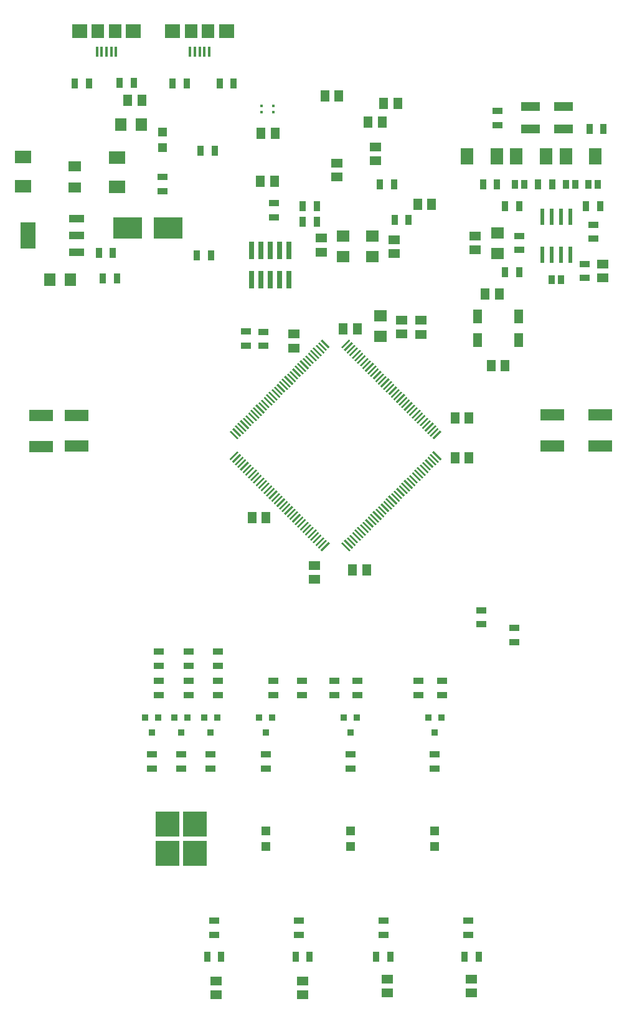
<source format=gtp>
G04 (created by PCBNEW (2013-07-07 BZR 4022)-stable) date 23/07/2014 04:51:33 p.m.*
%MOIN*%
G04 Gerber Fmt 3.4, Leading zero omitted, Abs format*
%FSLAX34Y34*%
G01*
G70*
G90*
G04 APERTURE LIST*
%ADD10C,0.00590551*%
%ADD11R,0.0709X0.0528*%
%ADD12R,0.0177165X0.0177165*%
%ADD13R,0.036X0.036*%
%ADD14R,0.08X0.144*%
%ADD15R,0.08X0.04*%
%ADD16R,0.1X0.05*%
%ADD17R,0.035X0.055*%
%ADD18R,0.055X0.035*%
%ADD19R,0.0295276X0.0944882*%
%ADD20R,0.0291339X0.0944882*%
%ADD21R,0.125984X0.0590551*%
%ADD22R,0.0472X0.0472*%
%ADD23R,0.038X0.05*%
%ADD24R,0.15748X0.11811*%
%ADD25R,0.071X0.063*%
%ADD26R,0.063X0.071*%
%ADD27R,0.059X0.0512*%
%ADD28R,0.0512X0.059*%
%ADD29R,0.05X0.075*%
%ADD30R,0.0236X0.0866*%
%ADD31R,0.0709X0.0866*%
%ADD32R,0.0866X0.0709*%
%ADD33R,0.1299X0.1377*%
%ADD34R,0.0157X0.0531*%
%ADD35R,0.0826772X0.0748031*%
%ADD36R,0.0708661X0.0748031*%
G04 APERTURE END LIST*
G54D10*
G54D11*
X75984Y-38749D03*
X75984Y-37625D03*
G54D12*
X86003Y-34744D03*
X86633Y-34744D03*
X86633Y-34409D03*
X86003Y-34409D03*
G54D13*
X82917Y-67119D03*
X83617Y-67119D03*
X83267Y-67919D03*
X90398Y-67119D03*
X91098Y-67119D03*
X90748Y-67919D03*
X79768Y-67119D03*
X80468Y-67119D03*
X80118Y-67919D03*
X94925Y-67119D03*
X95625Y-67119D03*
X95275Y-67919D03*
X81342Y-67119D03*
X82042Y-67119D03*
X81692Y-67919D03*
X85870Y-67119D03*
X86570Y-67119D03*
X86220Y-67919D03*
G54D14*
X73503Y-41338D03*
G54D15*
X76103Y-41338D03*
X76103Y-40438D03*
X76103Y-42238D03*
G54D16*
X100393Y-35639D03*
X100393Y-34439D03*
X102165Y-35639D03*
X102165Y-34439D03*
G54D17*
X97619Y-79921D03*
X96869Y-79921D03*
G54D18*
X97047Y-78010D03*
X97047Y-78760D03*
G54D17*
X92894Y-79921D03*
X92144Y-79921D03*
G54D18*
X92519Y-78010D03*
X92519Y-78760D03*
X83464Y-78010D03*
X83464Y-78760D03*
G54D17*
X88563Y-79921D03*
X87813Y-79921D03*
X83839Y-79921D03*
X83089Y-79921D03*
G54D18*
X87992Y-78010D03*
X87992Y-78760D03*
X80708Y-38957D03*
X80708Y-38207D03*
X91141Y-65176D03*
X91141Y-65926D03*
X90748Y-69863D03*
X90748Y-69113D03*
G54D17*
X82735Y-36811D03*
X83485Y-36811D03*
G54D18*
X97755Y-62146D03*
X97755Y-61396D03*
X99527Y-63091D03*
X99527Y-62341D03*
X85157Y-47225D03*
X85157Y-46475D03*
X86102Y-47245D03*
X86102Y-46495D03*
X86614Y-65176D03*
X86614Y-65926D03*
X86220Y-69863D03*
X86220Y-69113D03*
X95669Y-65176D03*
X95669Y-65926D03*
X95275Y-69863D03*
X95275Y-69113D03*
X83661Y-65176D03*
X83661Y-65926D03*
X83267Y-69863D03*
X83267Y-69113D03*
X82086Y-65176D03*
X82086Y-65926D03*
X81692Y-69863D03*
X81692Y-69113D03*
X80511Y-65176D03*
X80511Y-65926D03*
X80118Y-69863D03*
X80118Y-69113D03*
X103750Y-41497D03*
X103750Y-40747D03*
G54D17*
X99784Y-43307D03*
X99034Y-43307D03*
X88207Y-39763D03*
X88957Y-39763D03*
G54D18*
X98622Y-35414D03*
X98622Y-34664D03*
X99803Y-41357D03*
X99803Y-42107D03*
G54D17*
X93091Y-38582D03*
X92341Y-38582D03*
X101556Y-38582D03*
X100806Y-38582D03*
X98603Y-38582D03*
X97853Y-38582D03*
G54D18*
X103307Y-43603D03*
X103307Y-42853D03*
G54D17*
X103562Y-35629D03*
X104312Y-35629D03*
X99784Y-39763D03*
X99034Y-39763D03*
X104115Y-39763D03*
X103365Y-39763D03*
G54D19*
X85456Y-43681D03*
G54D20*
X85456Y-42145D03*
G54D19*
X85956Y-43681D03*
G54D20*
X85956Y-42145D03*
X86456Y-43681D03*
X86456Y-42145D03*
X86956Y-43681D03*
G54D19*
X86956Y-42145D03*
X87456Y-43681D03*
G54D20*
X87456Y-42145D03*
G54D21*
X104133Y-50944D03*
X104133Y-52598D03*
X101574Y-50944D03*
X101574Y-52598D03*
X76112Y-50954D03*
X76112Y-52608D03*
X74202Y-50974D03*
X74202Y-52627D03*
G54D10*
G36*
X89228Y-46886D02*
X89646Y-47304D01*
X89575Y-47375D01*
X89157Y-46957D01*
X89228Y-46886D01*
X89228Y-46886D01*
G37*
G36*
X89089Y-47025D02*
X89507Y-47443D01*
X89437Y-47514D01*
X89019Y-47096D01*
X89089Y-47025D01*
X89089Y-47025D01*
G37*
G36*
X88950Y-47164D02*
X89368Y-47582D01*
X89297Y-47653D01*
X88879Y-47235D01*
X88950Y-47164D01*
X88950Y-47164D01*
G37*
G36*
X88811Y-47304D02*
X89229Y-47722D01*
X89158Y-47792D01*
X88740Y-47374D01*
X88811Y-47304D01*
X88811Y-47304D01*
G37*
G36*
X88671Y-47443D02*
X89089Y-47861D01*
X89019Y-47932D01*
X88601Y-47514D01*
X88671Y-47443D01*
X88671Y-47443D01*
G37*
G36*
X88532Y-47582D02*
X88950Y-48000D01*
X88879Y-48071D01*
X88461Y-47653D01*
X88532Y-47582D01*
X88532Y-47582D01*
G37*
G36*
X88393Y-47722D02*
X88811Y-48139D01*
X88740Y-48210D01*
X88322Y-47792D01*
X88393Y-47722D01*
X88393Y-47722D01*
G37*
G36*
X88254Y-47861D02*
X88671Y-48279D01*
X88601Y-48350D01*
X88183Y-47932D01*
X88254Y-47861D01*
X88254Y-47861D01*
G37*
G36*
X88115Y-47999D02*
X88533Y-48417D01*
X88462Y-48488D01*
X88044Y-48070D01*
X88115Y-47999D01*
X88115Y-47999D01*
G37*
G36*
X87976Y-48139D02*
X88394Y-48557D01*
X88323Y-48627D01*
X87905Y-48209D01*
X87976Y-48139D01*
X87976Y-48139D01*
G37*
G36*
X87836Y-48278D02*
X88254Y-48696D01*
X88184Y-48767D01*
X87766Y-48349D01*
X87836Y-48278D01*
X87836Y-48278D01*
G37*
G36*
X87697Y-48417D02*
X88115Y-48835D01*
X88044Y-48906D01*
X87626Y-48488D01*
X87697Y-48417D01*
X87697Y-48417D01*
G37*
G36*
X87558Y-48557D02*
X87976Y-48975D01*
X87905Y-49045D01*
X87487Y-48627D01*
X87558Y-48557D01*
X87558Y-48557D01*
G37*
G36*
X87418Y-48696D02*
X87836Y-49114D01*
X87766Y-49185D01*
X87348Y-48767D01*
X87418Y-48696D01*
X87418Y-48696D01*
G37*
G36*
X87279Y-48835D02*
X87697Y-49253D01*
X87626Y-49324D01*
X87208Y-48906D01*
X87279Y-48835D01*
X87279Y-48835D01*
G37*
G36*
X87141Y-48974D02*
X87558Y-49392D01*
X87488Y-49462D01*
X87070Y-49045D01*
X87141Y-48974D01*
X87141Y-48974D01*
G37*
G36*
X87001Y-49113D02*
X87419Y-49531D01*
X87348Y-49602D01*
X86931Y-49184D01*
X87001Y-49113D01*
X87001Y-49113D01*
G37*
G36*
X86862Y-49252D02*
X87280Y-49670D01*
X87209Y-49741D01*
X86791Y-49323D01*
X86862Y-49252D01*
X86862Y-49252D01*
G37*
G36*
X86723Y-49391D02*
X87141Y-49809D01*
X87071Y-49880D01*
X86653Y-49462D01*
X86723Y-49391D01*
X86723Y-49391D01*
G37*
G36*
X86584Y-49530D02*
X87002Y-49948D01*
X86931Y-50019D01*
X86513Y-49601D01*
X86584Y-49530D01*
X86584Y-49530D01*
G37*
G36*
X86445Y-49670D02*
X86863Y-50088D01*
X86792Y-50158D01*
X86374Y-49740D01*
X86445Y-49670D01*
X86445Y-49670D01*
G37*
G36*
X86306Y-49808D02*
X86724Y-50226D01*
X86653Y-50297D01*
X86235Y-49879D01*
X86306Y-49808D01*
X86306Y-49808D01*
G37*
G36*
X86167Y-49948D02*
X86585Y-50365D01*
X86514Y-50436D01*
X86096Y-50018D01*
X86167Y-49948D01*
X86167Y-49948D01*
G37*
G36*
X86028Y-50087D02*
X86445Y-50505D01*
X86375Y-50575D01*
X85957Y-50158D01*
X86028Y-50087D01*
X86028Y-50087D01*
G37*
G36*
X85888Y-50226D02*
X86306Y-50644D01*
X86235Y-50715D01*
X85818Y-50297D01*
X85888Y-50226D01*
X85888Y-50226D01*
G37*
G36*
X85749Y-50365D02*
X86167Y-50783D01*
X86096Y-50854D01*
X85678Y-50436D01*
X85749Y-50365D01*
X85749Y-50365D01*
G37*
G36*
X85610Y-50505D02*
X86028Y-50923D01*
X85957Y-50993D01*
X85539Y-50575D01*
X85610Y-50505D01*
X85610Y-50505D01*
G37*
G36*
X85470Y-50644D02*
X85888Y-51062D01*
X85818Y-51133D01*
X85400Y-50715D01*
X85470Y-50644D01*
X85470Y-50644D01*
G37*
G36*
X85332Y-50783D02*
X85750Y-51201D01*
X85679Y-51271D01*
X85261Y-50853D01*
X85332Y-50783D01*
X85332Y-50783D01*
G37*
G36*
X85192Y-50922D02*
X85610Y-51340D01*
X85540Y-51411D01*
X85122Y-50993D01*
X85192Y-50922D01*
X85192Y-50922D01*
G37*
G36*
X85053Y-51061D02*
X85471Y-51479D01*
X85400Y-51550D01*
X84982Y-51132D01*
X85053Y-51061D01*
X85053Y-51061D01*
G37*
G36*
X84914Y-51201D02*
X85332Y-51618D01*
X85261Y-51689D01*
X84843Y-51271D01*
X84914Y-51201D01*
X84914Y-51201D01*
G37*
G36*
X84775Y-51340D02*
X85192Y-51758D01*
X85122Y-51828D01*
X84704Y-51411D01*
X84775Y-51340D01*
X84775Y-51340D01*
G37*
G36*
X84635Y-51479D02*
X85053Y-51897D01*
X84982Y-51968D01*
X84565Y-51550D01*
X84635Y-51479D01*
X84635Y-51479D01*
G37*
G36*
X84496Y-51618D02*
X84914Y-52036D01*
X84843Y-52107D01*
X84425Y-51689D01*
X84496Y-51618D01*
X84496Y-51618D01*
G37*
G36*
X84357Y-51757D02*
X84775Y-52175D01*
X84705Y-52246D01*
X84287Y-51828D01*
X84357Y-51757D01*
X84357Y-51757D01*
G37*
G36*
X84287Y-53289D02*
X84705Y-52871D01*
X84775Y-52942D01*
X84357Y-53360D01*
X84287Y-53289D01*
X84287Y-53289D01*
G37*
G36*
X84425Y-53428D02*
X84843Y-53010D01*
X84914Y-53081D01*
X84496Y-53499D01*
X84425Y-53428D01*
X84425Y-53428D01*
G37*
G36*
X84565Y-53567D02*
X84982Y-53149D01*
X85053Y-53220D01*
X84635Y-53638D01*
X84565Y-53567D01*
X84565Y-53567D01*
G37*
G36*
X84704Y-53707D02*
X85122Y-53289D01*
X85192Y-53359D01*
X84775Y-53777D01*
X84704Y-53707D01*
X84704Y-53707D01*
G37*
G36*
X84843Y-53846D02*
X85261Y-53428D01*
X85332Y-53499D01*
X84914Y-53917D01*
X84843Y-53846D01*
X84843Y-53846D01*
G37*
G36*
X84982Y-53985D02*
X85400Y-53567D01*
X85471Y-53638D01*
X85053Y-54056D01*
X84982Y-53985D01*
X84982Y-53985D01*
G37*
G36*
X85122Y-54124D02*
X85540Y-53707D01*
X85610Y-53777D01*
X85192Y-54195D01*
X85122Y-54124D01*
X85122Y-54124D01*
G37*
G36*
X85261Y-54264D02*
X85679Y-53846D01*
X85750Y-53917D01*
X85332Y-54334D01*
X85261Y-54264D01*
X85261Y-54264D01*
G37*
G36*
X85400Y-54402D02*
X85818Y-53984D01*
X85888Y-54055D01*
X85470Y-54473D01*
X85400Y-54402D01*
X85400Y-54402D01*
G37*
G36*
X85539Y-54542D02*
X85957Y-54124D01*
X86028Y-54194D01*
X85610Y-54612D01*
X85539Y-54542D01*
X85539Y-54542D01*
G37*
G36*
X85678Y-54681D02*
X86096Y-54263D01*
X86167Y-54334D01*
X85749Y-54752D01*
X85678Y-54681D01*
X85678Y-54681D01*
G37*
G36*
X85818Y-54820D02*
X86235Y-54402D01*
X86306Y-54473D01*
X85888Y-54891D01*
X85818Y-54820D01*
X85818Y-54820D01*
G37*
G36*
X85957Y-54960D02*
X86375Y-54542D01*
X86445Y-54612D01*
X86028Y-55030D01*
X85957Y-54960D01*
X85957Y-54960D01*
G37*
G36*
X86096Y-55099D02*
X86514Y-54681D01*
X86585Y-54752D01*
X86167Y-55170D01*
X86096Y-55099D01*
X86096Y-55099D01*
G37*
G36*
X86235Y-55238D02*
X86653Y-54820D01*
X86724Y-54891D01*
X86306Y-55309D01*
X86235Y-55238D01*
X86235Y-55238D01*
G37*
G36*
X86374Y-55377D02*
X86792Y-54959D01*
X86863Y-55030D01*
X86445Y-55447D01*
X86374Y-55377D01*
X86374Y-55377D01*
G37*
G36*
X86513Y-55516D02*
X86931Y-55098D01*
X87002Y-55169D01*
X86584Y-55587D01*
X86513Y-55516D01*
X86513Y-55516D01*
G37*
G36*
X86653Y-55655D02*
X87071Y-55237D01*
X87141Y-55308D01*
X86723Y-55726D01*
X86653Y-55655D01*
X86653Y-55655D01*
G37*
G36*
X86791Y-55794D02*
X87209Y-55376D01*
X87280Y-55447D01*
X86862Y-55865D01*
X86791Y-55794D01*
X86791Y-55794D01*
G37*
G36*
X86931Y-55933D02*
X87348Y-55515D01*
X87419Y-55586D01*
X87001Y-56004D01*
X86931Y-55933D01*
X86931Y-55933D01*
G37*
G36*
X87070Y-56073D02*
X87488Y-55655D01*
X87558Y-55725D01*
X87141Y-56143D01*
X87070Y-56073D01*
X87070Y-56073D01*
G37*
G36*
X87208Y-56211D02*
X87626Y-55793D01*
X87697Y-55864D01*
X87279Y-56282D01*
X87208Y-56211D01*
X87208Y-56211D01*
G37*
G36*
X87348Y-56350D02*
X87766Y-55933D01*
X87836Y-56003D01*
X87418Y-56421D01*
X87348Y-56350D01*
X87348Y-56350D01*
G37*
G36*
X87487Y-56490D02*
X87905Y-56072D01*
X87976Y-56143D01*
X87558Y-56560D01*
X87487Y-56490D01*
X87487Y-56490D01*
G37*
G36*
X87626Y-56629D02*
X88044Y-56211D01*
X88115Y-56282D01*
X87697Y-56700D01*
X87626Y-56629D01*
X87626Y-56629D01*
G37*
G36*
X87766Y-56768D02*
X88184Y-56350D01*
X88254Y-56421D01*
X87836Y-56839D01*
X87766Y-56768D01*
X87766Y-56768D01*
G37*
G36*
X87905Y-56908D02*
X88323Y-56490D01*
X88394Y-56560D01*
X87976Y-56978D01*
X87905Y-56908D01*
X87905Y-56908D01*
G37*
G36*
X88044Y-57047D02*
X88462Y-56629D01*
X88533Y-56700D01*
X88115Y-57118D01*
X88044Y-57047D01*
X88044Y-57047D01*
G37*
G36*
X88183Y-57186D02*
X88601Y-56768D01*
X88671Y-56838D01*
X88254Y-57256D01*
X88183Y-57186D01*
X88183Y-57186D01*
G37*
G36*
X88322Y-57325D02*
X88740Y-56907D01*
X88811Y-56978D01*
X88393Y-57396D01*
X88322Y-57325D01*
X88322Y-57325D01*
G37*
G36*
X88461Y-57464D02*
X88879Y-57046D01*
X88950Y-57117D01*
X88532Y-57535D01*
X88461Y-57464D01*
X88461Y-57464D01*
G37*
G36*
X88601Y-57603D02*
X89019Y-57186D01*
X89089Y-57256D01*
X88671Y-57674D01*
X88601Y-57603D01*
X88601Y-57603D01*
G37*
G36*
X88740Y-57743D02*
X89158Y-57325D01*
X89229Y-57396D01*
X88811Y-57813D01*
X88740Y-57743D01*
X88740Y-57743D01*
G37*
G36*
X88879Y-57882D02*
X89297Y-57464D01*
X89368Y-57535D01*
X88950Y-57953D01*
X88879Y-57882D01*
X88879Y-57882D01*
G37*
G36*
X89019Y-58021D02*
X89437Y-57603D01*
X89507Y-57674D01*
X89089Y-58092D01*
X89019Y-58021D01*
X89019Y-58021D01*
G37*
G36*
X89157Y-58160D02*
X89575Y-57742D01*
X89646Y-57813D01*
X89228Y-58231D01*
X89157Y-58160D01*
X89157Y-58160D01*
G37*
G36*
X90342Y-57742D02*
X90760Y-58160D01*
X90690Y-58231D01*
X90272Y-57813D01*
X90342Y-57742D01*
X90342Y-57742D01*
G37*
G36*
X90481Y-57603D02*
X90899Y-58021D01*
X90828Y-58092D01*
X90410Y-57674D01*
X90481Y-57603D01*
X90481Y-57603D01*
G37*
G36*
X90620Y-57464D02*
X91038Y-57882D01*
X90967Y-57953D01*
X90550Y-57535D01*
X90620Y-57464D01*
X90620Y-57464D01*
G37*
G36*
X90760Y-57325D02*
X91177Y-57743D01*
X91107Y-57813D01*
X90689Y-57396D01*
X90760Y-57325D01*
X90760Y-57325D01*
G37*
G36*
X90899Y-57186D02*
X91317Y-57603D01*
X91246Y-57674D01*
X90828Y-57256D01*
X90899Y-57186D01*
X90899Y-57186D01*
G37*
G36*
X91038Y-57046D02*
X91456Y-57464D01*
X91385Y-57535D01*
X90967Y-57117D01*
X91038Y-57046D01*
X91038Y-57046D01*
G37*
G36*
X91177Y-56907D02*
X91595Y-57325D01*
X91525Y-57396D01*
X91107Y-56978D01*
X91177Y-56907D01*
X91177Y-56907D01*
G37*
G36*
X91317Y-56768D02*
X91735Y-57186D01*
X91664Y-57256D01*
X91246Y-56838D01*
X91317Y-56768D01*
X91317Y-56768D01*
G37*
G36*
X91455Y-56629D02*
X91873Y-57047D01*
X91802Y-57118D01*
X91385Y-56700D01*
X91455Y-56629D01*
X91455Y-56629D01*
G37*
G36*
X91595Y-56490D02*
X92013Y-56908D01*
X91942Y-56978D01*
X91524Y-56560D01*
X91595Y-56490D01*
X91595Y-56490D01*
G37*
G36*
X91734Y-56350D02*
X92152Y-56768D01*
X92081Y-56839D01*
X91663Y-56421D01*
X91734Y-56350D01*
X91734Y-56350D01*
G37*
G36*
X91873Y-56211D02*
X92291Y-56629D01*
X92220Y-56700D01*
X91802Y-56282D01*
X91873Y-56211D01*
X91873Y-56211D01*
G37*
G36*
X92013Y-56072D02*
X92430Y-56490D01*
X92360Y-56560D01*
X91942Y-56143D01*
X92013Y-56072D01*
X92013Y-56072D01*
G37*
G36*
X92152Y-55933D02*
X92570Y-56350D01*
X92499Y-56421D01*
X92081Y-56003D01*
X92152Y-55933D01*
X92152Y-55933D01*
G37*
G36*
X92291Y-55793D02*
X92709Y-56211D01*
X92638Y-56282D01*
X92220Y-55864D01*
X92291Y-55793D01*
X92291Y-55793D01*
G37*
G36*
X92430Y-55655D02*
X92848Y-56073D01*
X92777Y-56143D01*
X92359Y-55725D01*
X92430Y-55655D01*
X92430Y-55655D01*
G37*
G36*
X92569Y-55515D02*
X92987Y-55933D01*
X92916Y-56004D01*
X92498Y-55586D01*
X92569Y-55515D01*
X92569Y-55515D01*
G37*
G36*
X92708Y-55376D02*
X93126Y-55794D01*
X93055Y-55865D01*
X92638Y-55447D01*
X92708Y-55376D01*
X92708Y-55376D01*
G37*
G36*
X92847Y-55237D02*
X93265Y-55655D01*
X93194Y-55726D01*
X92776Y-55308D01*
X92847Y-55237D01*
X92847Y-55237D01*
G37*
G36*
X92986Y-55098D02*
X93404Y-55516D01*
X93333Y-55587D01*
X92915Y-55169D01*
X92986Y-55098D01*
X92986Y-55098D01*
G37*
G36*
X93125Y-54959D02*
X93543Y-55377D01*
X93473Y-55447D01*
X93055Y-55030D01*
X93125Y-54959D01*
X93125Y-54959D01*
G37*
G36*
X93264Y-54820D02*
X93682Y-55238D01*
X93611Y-55309D01*
X93193Y-54891D01*
X93264Y-54820D01*
X93264Y-54820D01*
G37*
G36*
X93403Y-54681D02*
X93821Y-55099D01*
X93751Y-55170D01*
X93333Y-54752D01*
X93403Y-54681D01*
X93403Y-54681D01*
G37*
G36*
X93543Y-54542D02*
X93961Y-54960D01*
X93890Y-55030D01*
X93472Y-54612D01*
X93543Y-54542D01*
X93543Y-54542D01*
G37*
G36*
X93682Y-54402D02*
X94100Y-54820D01*
X94029Y-54891D01*
X93611Y-54473D01*
X93682Y-54402D01*
X93682Y-54402D01*
G37*
G36*
X93821Y-54263D02*
X94239Y-54681D01*
X94168Y-54752D01*
X93751Y-54334D01*
X93821Y-54263D01*
X93821Y-54263D01*
G37*
G36*
X93961Y-54124D02*
X94378Y-54542D01*
X94308Y-54612D01*
X93890Y-54194D01*
X93961Y-54124D01*
X93961Y-54124D01*
G37*
G36*
X94100Y-53984D02*
X94518Y-54402D01*
X94447Y-54473D01*
X94029Y-54055D01*
X94100Y-53984D01*
X94100Y-53984D01*
G37*
G36*
X94238Y-53846D02*
X94656Y-54264D01*
X94586Y-54334D01*
X94168Y-53917D01*
X94238Y-53846D01*
X94238Y-53846D01*
G37*
G36*
X94378Y-53707D02*
X94796Y-54124D01*
X94725Y-54195D01*
X94307Y-53777D01*
X94378Y-53707D01*
X94378Y-53707D01*
G37*
G36*
X94517Y-53567D02*
X94935Y-53985D01*
X94864Y-54056D01*
X94446Y-53638D01*
X94517Y-53567D01*
X94517Y-53567D01*
G37*
G36*
X94656Y-53428D02*
X95074Y-53846D01*
X95004Y-53917D01*
X94586Y-53499D01*
X94656Y-53428D01*
X94656Y-53428D01*
G37*
G36*
X94796Y-53289D02*
X95214Y-53707D01*
X95143Y-53777D01*
X94725Y-53359D01*
X94796Y-53289D01*
X94796Y-53289D01*
G37*
G36*
X94935Y-53149D02*
X95353Y-53567D01*
X95282Y-53638D01*
X94864Y-53220D01*
X94935Y-53149D01*
X94935Y-53149D01*
G37*
G36*
X95074Y-53010D02*
X95492Y-53428D01*
X95421Y-53499D01*
X95004Y-53081D01*
X95074Y-53010D01*
X95074Y-53010D01*
G37*
G36*
X95213Y-52871D02*
X95631Y-53289D01*
X95560Y-53360D01*
X95142Y-52942D01*
X95213Y-52871D01*
X95213Y-52871D01*
G37*
G36*
X95142Y-52175D02*
X95560Y-51757D01*
X95631Y-51828D01*
X95213Y-52246D01*
X95142Y-52175D01*
X95142Y-52175D01*
G37*
G36*
X95004Y-52036D02*
X95421Y-51618D01*
X95492Y-51689D01*
X95074Y-52107D01*
X95004Y-52036D01*
X95004Y-52036D01*
G37*
G36*
X94864Y-51897D02*
X95282Y-51479D01*
X95353Y-51550D01*
X94935Y-51968D01*
X94864Y-51897D01*
X94864Y-51897D01*
G37*
G36*
X94725Y-51758D02*
X95143Y-51340D01*
X95214Y-51411D01*
X94796Y-51828D01*
X94725Y-51758D01*
X94725Y-51758D01*
G37*
G36*
X94586Y-51618D02*
X95004Y-51201D01*
X95074Y-51271D01*
X94656Y-51689D01*
X94586Y-51618D01*
X94586Y-51618D01*
G37*
G36*
X94446Y-51479D02*
X94864Y-51061D01*
X94935Y-51132D01*
X94517Y-51550D01*
X94446Y-51479D01*
X94446Y-51479D01*
G37*
G36*
X94307Y-51340D02*
X94725Y-50922D01*
X94796Y-50993D01*
X94378Y-51411D01*
X94307Y-51340D01*
X94307Y-51340D01*
G37*
G36*
X94168Y-51201D02*
X94586Y-50783D01*
X94656Y-50853D01*
X94238Y-51271D01*
X94168Y-51201D01*
X94168Y-51201D01*
G37*
G36*
X94029Y-51062D02*
X94447Y-50644D01*
X94518Y-50715D01*
X94100Y-51133D01*
X94029Y-51062D01*
X94029Y-51062D01*
G37*
G36*
X93890Y-50923D02*
X94308Y-50505D01*
X94378Y-50575D01*
X93961Y-50993D01*
X93890Y-50923D01*
X93890Y-50923D01*
G37*
G36*
X93751Y-50783D02*
X94168Y-50365D01*
X94239Y-50436D01*
X93821Y-50854D01*
X93751Y-50783D01*
X93751Y-50783D01*
G37*
G36*
X93611Y-50644D02*
X94029Y-50226D01*
X94100Y-50297D01*
X93682Y-50715D01*
X93611Y-50644D01*
X93611Y-50644D01*
G37*
G36*
X93472Y-50505D02*
X93890Y-50087D01*
X93961Y-50158D01*
X93543Y-50575D01*
X93472Y-50505D01*
X93472Y-50505D01*
G37*
G36*
X93333Y-50365D02*
X93751Y-49948D01*
X93821Y-50018D01*
X93403Y-50436D01*
X93333Y-50365D01*
X93333Y-50365D01*
G37*
G36*
X93193Y-50226D02*
X93611Y-49808D01*
X93682Y-49879D01*
X93264Y-50297D01*
X93193Y-50226D01*
X93193Y-50226D01*
G37*
G36*
X93055Y-50088D02*
X93473Y-49670D01*
X93543Y-49740D01*
X93125Y-50158D01*
X93055Y-50088D01*
X93055Y-50088D01*
G37*
G36*
X92915Y-49948D02*
X93333Y-49530D01*
X93404Y-49601D01*
X92986Y-50019D01*
X92915Y-49948D01*
X92915Y-49948D01*
G37*
G36*
X92776Y-49809D02*
X93194Y-49391D01*
X93265Y-49462D01*
X92847Y-49880D01*
X92776Y-49809D01*
X92776Y-49809D01*
G37*
G36*
X92638Y-49670D02*
X93055Y-49252D01*
X93126Y-49323D01*
X92708Y-49741D01*
X92638Y-49670D01*
X92638Y-49670D01*
G37*
G36*
X92498Y-49531D02*
X92916Y-49113D01*
X92987Y-49184D01*
X92569Y-49602D01*
X92498Y-49531D01*
X92498Y-49531D01*
G37*
G36*
X92359Y-49392D02*
X92777Y-48974D01*
X92848Y-49045D01*
X92430Y-49462D01*
X92359Y-49392D01*
X92359Y-49392D01*
G37*
G36*
X92220Y-49253D02*
X92638Y-48835D01*
X92709Y-48906D01*
X92291Y-49324D01*
X92220Y-49253D01*
X92220Y-49253D01*
G37*
G36*
X92081Y-49114D02*
X92499Y-48696D01*
X92570Y-48767D01*
X92152Y-49185D01*
X92081Y-49114D01*
X92081Y-49114D01*
G37*
G36*
X91942Y-48975D02*
X92360Y-48557D01*
X92430Y-48627D01*
X92013Y-49045D01*
X91942Y-48975D01*
X91942Y-48975D01*
G37*
G36*
X91802Y-48835D02*
X92220Y-48417D01*
X92291Y-48488D01*
X91873Y-48906D01*
X91802Y-48835D01*
X91802Y-48835D01*
G37*
G36*
X91663Y-48696D02*
X92081Y-48278D01*
X92152Y-48349D01*
X91734Y-48767D01*
X91663Y-48696D01*
X91663Y-48696D01*
G37*
G36*
X91524Y-48557D02*
X91942Y-48139D01*
X92013Y-48209D01*
X91595Y-48627D01*
X91524Y-48557D01*
X91524Y-48557D01*
G37*
G36*
X91385Y-48417D02*
X91802Y-47999D01*
X91873Y-48070D01*
X91455Y-48488D01*
X91385Y-48417D01*
X91385Y-48417D01*
G37*
G36*
X91246Y-48279D02*
X91664Y-47861D01*
X91735Y-47932D01*
X91317Y-48350D01*
X91246Y-48279D01*
X91246Y-48279D01*
G37*
G36*
X91107Y-48139D02*
X91525Y-47722D01*
X91595Y-47792D01*
X91177Y-48210D01*
X91107Y-48139D01*
X91107Y-48139D01*
G37*
G36*
X90967Y-48000D02*
X91385Y-47582D01*
X91456Y-47653D01*
X91038Y-48071D01*
X90967Y-48000D01*
X90967Y-48000D01*
G37*
G36*
X90828Y-47861D02*
X91246Y-47443D01*
X91317Y-47514D01*
X90899Y-47932D01*
X90828Y-47861D01*
X90828Y-47861D01*
G37*
G36*
X90689Y-47722D02*
X91107Y-47304D01*
X91177Y-47374D01*
X90760Y-47792D01*
X90689Y-47722D01*
X90689Y-47722D01*
G37*
G36*
X90550Y-47582D02*
X90967Y-47164D01*
X91038Y-47235D01*
X90620Y-47653D01*
X90550Y-47582D01*
X90550Y-47582D01*
G37*
G36*
X90410Y-47443D02*
X90828Y-47025D01*
X90899Y-47096D01*
X90481Y-47514D01*
X90410Y-47443D01*
X90410Y-47443D01*
G37*
G36*
X90272Y-47304D02*
X90690Y-46886D01*
X90760Y-46957D01*
X90342Y-47375D01*
X90272Y-47304D01*
X90272Y-47304D01*
G37*
G54D22*
X80708Y-36633D03*
X80708Y-35807D03*
G54D23*
X99553Y-38582D03*
X100053Y-38582D03*
X102309Y-38582D03*
X102809Y-38582D03*
X102021Y-43700D03*
X101521Y-43700D03*
X103490Y-38582D03*
X103990Y-38582D03*
G54D24*
X78838Y-40944D03*
X81004Y-40944D03*
G54D25*
X90354Y-42479D03*
X90354Y-41379D03*
X91929Y-42479D03*
X91929Y-41379D03*
G54D26*
X75746Y-43700D03*
X74646Y-43700D03*
X79565Y-35393D03*
X78465Y-35393D03*
G54D25*
X92352Y-46721D03*
X92352Y-45621D03*
X98622Y-42282D03*
X98622Y-41182D03*
G54D27*
X89212Y-41465D03*
X89212Y-42215D03*
G54D28*
X97107Y-51102D03*
X96357Y-51102D03*
G54D27*
X87736Y-46603D03*
X87736Y-47353D03*
X97244Y-81121D03*
X97244Y-81871D03*
X92716Y-81121D03*
X92716Y-81871D03*
X88188Y-81219D03*
X88188Y-81969D03*
X83562Y-81219D03*
X83562Y-81969D03*
G54D28*
X94349Y-39665D03*
X95099Y-39665D03*
X78837Y-34094D03*
X79587Y-34094D03*
G54D27*
X93110Y-41554D03*
X93110Y-42304D03*
X104251Y-43603D03*
X104251Y-42853D03*
X90031Y-38213D03*
X90031Y-37463D03*
G54D28*
X90138Y-33858D03*
X89388Y-33858D03*
X93288Y-34251D03*
X92538Y-34251D03*
G54D27*
X92086Y-37343D03*
X92086Y-36593D03*
G54D28*
X86713Y-35866D03*
X85963Y-35866D03*
X92461Y-35255D03*
X91711Y-35255D03*
X86693Y-38444D03*
X85943Y-38444D03*
G54D27*
X97440Y-41357D03*
X97440Y-42107D03*
G54D28*
X98721Y-44448D03*
X97971Y-44448D03*
X99036Y-48307D03*
X98286Y-48307D03*
G54D27*
X93484Y-46605D03*
X93484Y-45855D03*
G54D28*
X85491Y-56417D03*
X86241Y-56417D03*
X97107Y-53228D03*
X96357Y-53228D03*
X90865Y-59220D03*
X91615Y-59220D03*
X90373Y-46338D03*
X91123Y-46338D03*
G54D27*
X94535Y-45865D03*
X94535Y-46615D03*
X88818Y-59745D03*
X88818Y-58995D03*
G54D29*
X97559Y-46929D03*
X99759Y-46929D03*
X99759Y-45679D03*
X97559Y-45679D03*
G54D30*
X101021Y-42361D03*
X101521Y-42361D03*
X102021Y-42361D03*
X102521Y-42361D03*
X102521Y-40315D03*
X102021Y-40315D03*
X101521Y-40315D03*
X101021Y-40315D03*
G54D18*
X82086Y-64351D03*
X82086Y-63601D03*
X80511Y-64351D03*
X80511Y-63601D03*
X83661Y-64351D03*
X83661Y-63601D03*
X88149Y-65176D03*
X88149Y-65926D03*
X94409Y-65176D03*
X94409Y-65926D03*
X89881Y-65176D03*
X89881Y-65926D03*
G54D22*
X90748Y-74035D03*
X90748Y-73209D03*
X95275Y-74035D03*
X95275Y-73209D03*
X86220Y-74035D03*
X86220Y-73209D03*
G54D31*
X103860Y-37086D03*
X102280Y-37086D03*
X101223Y-37086D03*
X99643Y-37086D03*
X98585Y-37086D03*
X97005Y-37086D03*
G54D32*
X78267Y-37162D03*
X78267Y-38742D03*
X73228Y-37123D03*
X73228Y-38703D03*
G54D17*
X76752Y-33208D03*
X76002Y-33208D03*
X77286Y-42259D03*
X78036Y-42259D03*
X77499Y-43622D03*
X78249Y-43622D03*
X93128Y-40511D03*
X93878Y-40511D03*
X88957Y-40590D03*
X88207Y-40590D03*
G54D33*
X80964Y-74409D03*
X80964Y-72835D03*
X82420Y-72835D03*
X82420Y-74409D03*
G54D17*
X83288Y-42401D03*
X82538Y-42401D03*
G54D18*
X86673Y-40355D03*
X86673Y-39605D03*
G54D34*
X82681Y-31500D03*
X82937Y-31500D03*
X82425Y-31500D03*
X83193Y-31500D03*
X82169Y-31500D03*
G54D35*
X84118Y-30397D03*
X81244Y-30397D03*
G54D36*
X83133Y-30397D03*
X82228Y-30397D03*
G54D34*
X77696Y-31503D03*
X77952Y-31503D03*
X77440Y-31503D03*
X78208Y-31503D03*
X77184Y-31503D03*
G54D35*
X79133Y-30401D03*
X76259Y-30401D03*
G54D36*
X78149Y-30401D03*
X77244Y-30401D03*
G54D17*
X78404Y-33149D03*
X79154Y-33149D03*
X83758Y-33188D03*
X84508Y-33188D03*
X81239Y-33188D03*
X81989Y-33188D03*
M02*

</source>
